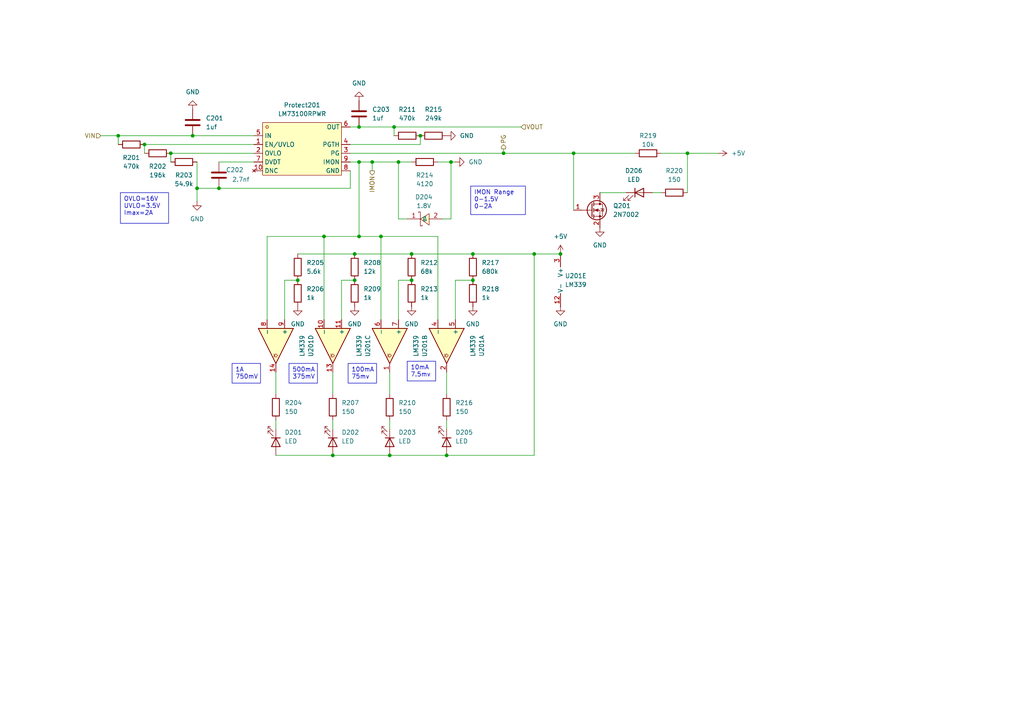
<source format=kicad_sch>
(kicad_sch (version 20231120) (generator "eeschema") (generator_version "8.0")
  (paper "A4")
  (lib_symbols
    (symbol "Comparator:LM339" (pin_names (offset 0.127))
      (property "Reference" "U" (at 0 5.08 0))
      (property "Value" "LM339" (at 0 -5.08 0))
      (symbol "LM339_1_1"
        (polyline (pts (xy -5.08 5.08) (xy 5.08 0) (xy -5.08 -5.08) (xy -5.08 5.08)) (stroke (width 0.254)) (fill (type background)))
        (polyline (pts (xy 3.302 -0.508) (xy 2.794 -0.508) (xy 3.302 0) (xy 2.794 0.508) (xy 2.286 0) (xy 2.794 -0.508) (xy 2.286 -0.508)) (stroke (width 0.127)))
        (pin open_collector line (at 7.62 0 180) (length 2.54) (name "~") (number "2"))
        (pin input line (at -7.62 -2.54 0) (length 2.54) (name "-") (number "4"))
        (pin input line (at -7.62 2.54 0) (length 2.54) (name "+") (number "5"))
      )
      (symbol "LM339_2_1"
        (polyline (pts (xy -5.08 5.08) (xy 5.08 0) (xy -5.08 -5.08) (xy -5.08 5.08)) (stroke (width 0.254)) (fill (type background)))
        (polyline (pts (xy 3.302 -0.508) (xy 2.794 -0.508) (xy 3.302 0) (xy 2.794 0.508) (xy 2.286 0) (xy 2.794 -0.508) (xy 2.286 -0.508)) (stroke (width 0.127)))
        (pin open_collector line (at 7.62 0 180) (length 2.54) (name "~") (number "1"))
        (pin input line (at -7.62 -2.54 0) (length 2.54) (name "-") (number "6"))
        (pin input line (at -7.62 2.54 0) (length 2.54) (name "+") (number "7"))
      )
      (symbol "LM339_3_1"
        (polyline (pts (xy -5.08 5.08) (xy 5.08 0) (xy -5.08 -5.08) (xy -5.08 5.08)) (stroke (width 0.254)) (fill (type background)))
        (polyline (pts (xy 3.302 -0.508) (xy 2.794 -0.508) (xy 3.302 0) (xy 2.794 0.508) (xy 2.286 0) (xy 2.794 -0.508) (xy 2.286 -0.508)) (stroke (width 0.127)))
        (pin input line (at -7.62 -2.54 0) (length 2.54) (name "-") (number "10"))
        (pin input line (at -7.62 2.54 0) (length 2.54) (name "+") (number "11"))
        (pin open_collector line (at 7.62 0 180) (length 2.54) (name "~") (number "13"))
      )
      (symbol "LM339_4_1"
        (polyline (pts (xy -5.08 5.08) (xy 5.08 0) (xy -5.08 -5.08) (xy -5.08 5.08)) (stroke (width 0.254)) (fill (type background)))
        (polyline (pts (xy 3.302 -0.508) (xy 2.794 -0.508) (xy 3.302 0) (xy 2.794 0.508) (xy 2.286 0) (xy 2.794 -0.508) (xy 2.286 -0.508)) (stroke (width 0.127)))
        (pin open_collector line (at 7.62 0 180) (length 2.54) (name "~") (number "14"))
        (pin input line (at -7.62 -2.54 0) (length 2.54) (name "-") (number "8"))
        (pin input line (at -7.62 2.54 0) (length 2.54) (name "+") (number "9"))
      )
      (symbol "LM339_5_1"
        (pin power_in line (at -2.54 -7.62 90) (length 3.81) (name "V-") (number "12"))
        (pin power_in line (at -2.54 7.62 270) (length 3.81) (name "V+") (number "3"))
      )
    )
    (symbol "Device:C" (pin_numbers hide) (pin_names (offset 0.254))
      (property "Reference" "C" (at 0.635 2.54 0))
      (property "Value" "C" (at 0.635 -2.54 0))
      (symbol "C_0_1"
        (polyline (pts (xy -2.032 -0.762) (xy 2.032 -0.762)) (stroke (width 0.508)))
        (polyline (pts (xy -2.032 0.762) (xy 2.032 0.762)) (stroke (width 0.508)))
      )
      (symbol "C_1_1"
        (pin passive line (at 0 3.81 270) (length 2.794) (name "~") (number "1"))
        (pin passive line (at 0 -3.81 90) (length 2.794) (name "~") (number "2"))
      )
    )
    (symbol "Device:LED" (pin_numbers hide) (pin_names (offset 1.016) hide)
      (property "Reference" "D" (at 0 2.54 0))
      (property "Value" "LED" (at 0 -2.54 0))
      (symbol "LED_0_1"
        (polyline (pts (xy -1.27 -1.27) (xy -1.27 1.27)) (stroke (width 0.254)))
        (polyline (pts (xy -1.27 0) (xy 1.27 0)))
        (polyline (pts (xy 1.27 -1.27) (xy 1.27 1.27) (xy -1.27 0) (xy 1.27 -1.27)) (stroke (width 0.254)))
        (polyline (pts (xy -3.048 -0.762) (xy -4.572 -2.286) (xy -3.81 -2.286) (xy -4.572 -2.286) (xy -4.572 -1.524)))
        (polyline (pts (xy -1.778 -0.762) (xy -3.302 -2.286) (xy -2.54 -2.286) (xy -3.302 -2.286) (xy -3.302 -1.524)))
      )
      (symbol "LED_1_1"
        (pin passive line (at -3.81 0 0) (length 2.54) (name "K") (number "1"))
        (pin passive line (at 3.81 0 180) (length 2.54) (name "A") (number "2"))
      )
    )
    (symbol "Device:R" (pin_numbers hide) (pin_names (offset 0))
      (property "Reference" "R" (at 2.032 0 90))
      (property "Value" "R" (at 0 0 90))
      (symbol "R_0_1"
        (rectangle (start -1.016 -2.54) (end 1.016 2.54) (stroke (width 0.254)))
      )
      (symbol "R_1_1"
        (pin passive line (at 0 3.81 270) (length 1.27) (name "~") (number "1"))
        (pin passive line (at 0 -3.81 90) (length 1.27) (name "~") (number "2"))
      )
    )
    (symbol "Transistor_FET:2N7002" (pin_names hide)
      (property "Reference" "Q" (at 5.08 1.905 0))
      (property "Value" "2N7002" (at 5.08 0 0))
      (symbol "2N7002_0_1"
        (polyline (pts (xy 0.254 0) (xy -2.54 0)))
        (polyline (pts (xy 0.254 1.905) (xy 0.254 -1.905)) (stroke (width 0.254)))
        (polyline (pts (xy 0.762 -1.27) (xy 0.762 -2.286)) (stroke (width 0.254)))
        (polyline (pts (xy 0.762 0.508) (xy 0.762 -0.508)) (stroke (width 0.254)))
        (polyline (pts (xy 0.762 2.286) (xy 0.762 1.27)) (stroke (width 0.254)))
        (polyline (pts (xy 2.54 2.54) (xy 2.54 1.778)))
        (polyline (pts (xy 2.54 -2.54) (xy 2.54 0) (xy 0.762 0)))
        (polyline (pts (xy 0.762 -1.778) (xy 3.302 -1.778) (xy 3.302 1.778) (xy 0.762 1.778)))
        (polyline (pts (xy 1.016 0) (xy 2.032 0.381) (xy 2.032 -0.381) (xy 1.016 0)) (fill (type outline)))
        (polyline (pts (xy 2.794 0.508) (xy 2.921 0.381) (xy 3.683 0.381) (xy 3.81 0.254)))
        (polyline (pts (xy 3.302 0.381) (xy 2.921 -0.254) (xy 3.683 -0.254) (xy 3.302 0.381)))
        (circle (center 1.651 0) (radius 2.794) (stroke (width 0.254)))
        (circle (center 2.54 -1.778) (radius 0.254) (fill (type outline)))
        (circle (center 2.54 1.778) (radius 0.254) (fill (type outline)))
      )
      (symbol "2N7002_1_1"
        (pin input line (at -5.08 0 0) (length 2.54) (name "G") (number "1"))
        (pin passive line (at 2.54 -5.08 90) (length 2.54) (name "S") (number "2"))
        (pin passive line (at 2.54 5.08 270) (length 2.54) (name "D") (number "3"))
      )
    )
    (symbol "easyeda2kicad:DDZ9678-7"
      (property "Reference" "D" (at 0 5.08 0))
      (property "Value" "DDZ9678-7" (at 0 -5.08 0))
      (symbol "DDZ9678-7_0_1"
        (polyline (pts (xy 1.27 1.52) (xy -1.27 0) (xy 1.27 -1.78) (xy 1.27 1.52)) (fill (type background)))
        (polyline (pts (xy -1.78 1.78) (xy -1.78 2.03) (xy -1.27 2.03) (xy -1.27 -2.03) (xy -0.76 -2.03) (xy -0.76 -1.78)))
        (pin unspecified line (at -5.08 0 0) (length 3.81) (name "C") (number "1"))
        (pin unspecified line (at 5.08 0 180) (length 3.81) (name "A") (number "2"))
      )
    )
    (symbol "easyeda2kicad:LM73100RPWR"
      (property "Reference" "U" (at 0 10.16 0))
      (property "Value" "LM73100RPWR" (at 0 -10.16 0))
      (symbol "LM73100RPWR_0_1"
        (rectangle (start -11.43 7.62) (end 11.43 -7.62) (fill (type background)))
        (circle (center -10.16 6.35) (radius 0.38))
        (pin input line (at -13.97 1.27 0) (length 2.54) (name "EN/UVLO") (number "1"))
        (pin no_connect line (at -13.97 -6.35 0) (length 2.54) (name "DNC") (number "10"))
        (pin input line (at -13.97 -1.27 0) (length 2.54) (name "OVLO") (number "2"))
        (pin output line (at 13.97 -1.27 180) (length 2.54) (name "PG") (number "3"))
        (pin input line (at 13.97 1.27 180) (length 2.54) (name "PGTH") (number "4"))
        (pin power_in line (at -13.97 3.81 0) (length 2.54) (name "IN") (number "5"))
        (pin power_out line (at 13.97 6.35 180) (length 2.54) (name "OUT") (number "6"))
        (pin passive line (at -13.97 -3.81 0) (length 2.54) (name "DVDT") (number "7"))
        (pin power_in line (at 13.97 -6.35 180) (length 2.54) (name "GND") (number "8"))
        (pin output line (at 13.97 -3.81 180) (length 2.54) (name "IMON") (number "9"))
      )
    )
    (symbol "power:+5V" (power) (pin_numbers hide) (pin_names (offset 0) hide)
      (property "Value" "+5V" (at 0 3.556 0))
      (symbol "+5V_0_1"
        (polyline (pts (xy -0.762 1.27) (xy 0 2.54)))
        (polyline (pts (xy 0 0) (xy 0 2.54)))
        (polyline (pts (xy 0 2.54) (xy 0.762 1.27)))
      )
      (symbol "+5V_1_1"
        (pin power_in line (at 0 0 90) (length 0) (name "~") (number "1"))
      )
    )
    (symbol "power:GND" (power) (pin_numbers hide) (pin_names (offset 0) hide)
      (property "Value" "GND" (at 0 -3.81 0))
      (symbol "GND_0_1"
        (polyline (pts (xy 0 0) (xy 0 -1.27) (xy 1.27 -1.27) (xy 0 -2.54) (xy -1.27 -1.27) (xy 0 -1.27)))
      )
      (symbol "GND_1_1"
        (pin power_in line (at 0 0 270) (length 0) (name "~") (number "1"))
      )
    )
  )
  (junction (at 137.16 81.28))
  (junction (at 115.57 46.99))
  (junction (at 130.81 46.99))
  (junction (at 119.38 73.66))
  (junction (at 86.36 81.28))
  (junction (at 137.16 73.66))
  (junction (at 119.38 81.28))
  (junction (at 110.49 68.58))
  (junction (at 102.87 73.66))
  (junction (at 107.95 46.99))
  (junction (at 166.37 44.45))
  (junction (at 154.94 73.66))
  (junction (at 114.3 36.83))
  (junction (at 57.15 54.61))
  (junction (at 162.56 73.66))
  (junction (at 93.98 68.58))
  (junction (at 102.87 81.28))
  (junction (at 121.92 39.37))
  (junction (at 96.52 132.08))
  (junction (at 49.53 44.45))
  (junction (at 199.39 44.45))
  (junction (at 146.05 44.45))
  (junction (at 55.88 39.37))
  (junction (at 113.03 132.08))
  (junction (at 63.5 54.61))
  (junction (at 104.14 68.58))
  (junction (at 129.54 132.08))
  (junction (at 34.29 39.37))
  (junction (at 41.91 41.91))
  (junction (at 104.14 36.83))
  (junction (at 104.14 46.99))
  (wire (pts (xy 77.47 92.71) (xy 77.47 68.58)))
  (wire (pts (xy 101.6 44.45) (xy 146.05 44.45)))
  (wire (pts (xy 96.52 107.95) (xy 96.52 114.3)))
  (wire (pts (xy 115.57 81.28) (xy 119.38 81.28)))
  (wire (pts (xy 113.03 132.08) (xy 129.54 132.08)))
  (wire (pts (xy 110.49 68.58) (xy 127 68.58)))
  (wire (pts (xy 63.5 46.99) (xy 73.66 46.99)))
  (wire (pts (xy 129.54 107.95) (xy 129.54 114.3)))
  (wire (pts (xy 166.37 44.45) (xy 184.15 44.45)))
  (wire (pts (xy 82.55 92.71) (xy 82.55 81.28)))
  (wire (pts (xy 77.47 68.58) (xy 93.98 68.58)))
  (wire (pts (xy 119.38 73.66) (xy 137.16 73.66)))
  (wire (pts (xy 93.98 68.58) (xy 104.14 68.58)))
  (wire (pts (xy 104.14 36.83) (xy 114.3 36.83)))
  (wire (pts (xy 113.03 121.92) (xy 113.03 124.46)))
  (wire (pts (xy 41.91 41.91) (xy 41.91 44.45)))
  (wire (pts (xy 107.95 49.53) (xy 107.95 46.99)))
  (wire (pts (xy 114.3 36.83) (xy 114.3 39.37)))
  (wire (pts (xy 173.99 55.88) (xy 181.61 55.88)))
  (wire (pts (xy 199.39 44.45) (xy 199.39 55.88)))
  (wire (pts (xy 101.6 46.99) (xy 104.14 46.99)))
  (wire (pts (xy 110.49 68.58) (xy 104.14 68.58)))
  (wire (pts (xy 29.21 39.37) (xy 34.29 39.37)))
  (wire (pts (xy 129.54 121.92) (xy 129.54 124.46)))
  (wire (pts (xy 57.15 46.99) (xy 57.15 54.61)))
  (wire (pts (xy 101.6 41.91) (xy 121.92 41.91)))
  (wire (pts (xy 96.52 132.08) (xy 113.03 132.08)))
  (wire (pts (xy 102.87 73.66) (xy 119.38 73.66)))
  (wire (pts (xy 80.01 107.95) (xy 80.01 114.3)))
  (wire (pts (xy 82.55 81.28) (xy 86.36 81.28)))
  (wire (pts (xy 34.29 39.37) (xy 55.88 39.37)))
  (wire (pts (xy 86.36 73.66) (xy 102.87 73.66)))
  (wire (pts (xy 34.29 39.37) (xy 34.29 41.91)))
  (wire (pts (xy 41.91 41.91) (xy 73.66 41.91)))
  (wire (pts (xy 80.01 132.08) (xy 96.52 132.08)))
  (wire (pts (xy 128.27 63.5) (xy 130.81 63.5)))
  (wire (pts (xy 154.94 73.66) (xy 154.94 132.08)))
  (wire (pts (xy 146.05 43.18) (xy 146.05 44.45)))
  (wire (pts (xy 57.15 54.61) (xy 57.15 58.42)))
  (wire (pts (xy 104.14 46.99) (xy 107.95 46.99)))
  (wire (pts (xy 189.23 55.88) (xy 191.77 55.88)))
  (wire (pts (xy 208.28 44.45) (xy 199.39 44.45)))
  (wire (pts (xy 115.57 46.99) (xy 119.38 46.99)))
  (wire (pts (xy 121.92 41.91) (xy 121.92 39.37)))
  (wire (pts (xy 107.95 46.99) (xy 115.57 46.99)))
  (wire (pts (xy 63.5 54.61) (xy 101.6 54.61)))
  (wire (pts (xy 166.37 44.45) (xy 166.37 60.96)))
  (wire (pts (xy 127 92.71) (xy 127 68.58)))
  (wire (pts (xy 113.03 107.95) (xy 113.03 114.3)))
  (wire (pts (xy 130.81 46.99) (xy 130.81 63.5)))
  (wire (pts (xy 129.54 132.08) (xy 154.94 132.08)))
  (wire (pts (xy 115.57 46.99) (xy 115.57 63.5)))
  (wire (pts (xy 115.57 63.5) (xy 118.11 63.5)))
  (wire (pts (xy 57.15 54.61) (xy 63.5 54.61)))
  (wire (pts (xy 110.49 68.58) (xy 110.49 92.71)))
  (wire (pts (xy 99.06 81.28) (xy 102.87 81.28)))
  (wire (pts (xy 96.52 121.92) (xy 96.52 124.46)))
  (wire (pts (xy 137.16 73.66) (xy 154.94 73.66)))
  (wire (pts (xy 132.08 81.28) (xy 137.16 81.28)))
  (wire (pts (xy 115.57 92.71) (xy 115.57 81.28)))
  (wire (pts (xy 99.06 92.71) (xy 99.06 81.28)))
  (wire (pts (xy 104.14 46.99) (xy 104.14 68.58)))
  (wire (pts (xy 114.3 36.83) (xy 151.13 36.83)))
  (wire (pts (xy 146.05 44.45) (xy 166.37 44.45)))
  (wire (pts (xy 80.01 121.92) (xy 80.01 124.46)))
  (wire (pts (xy 101.6 49.53) (xy 101.6 54.61)))
  (wire (pts (xy 199.39 44.45) (xy 191.77 44.45)))
  (wire (pts (xy 154.94 73.66) (xy 162.56 73.66)))
  (wire (pts (xy 49.53 44.45) (xy 73.66 44.45)))
  (wire (pts (xy 132.08 92.71) (xy 132.08 81.28)))
  (wire (pts (xy 101.6 36.83) (xy 104.14 36.83)))
  (wire (pts (xy 55.88 39.37) (xy 73.66 39.37)))
  (wire (pts (xy 130.81 46.99) (xy 132.08 46.99)))
  (wire (pts (xy 127 46.99) (xy 130.81 46.99)))
  (wire (pts (xy 49.53 44.45) (xy 49.53 46.99)))
  (wire (pts (xy 93.98 68.58) (xy 93.98 92.71)))
  (text_box "500mA\n375mV\n\n" (at 83.82 105.41 0) (size 8.255 5.715) (effects (font (size 1.27 1.27)) (justify left top)))
  (text_box "1A\n750mV\n" (at 67.31 105.41 0) (size 8.255 5.715) (effects (font (size 1.27 1.27)) (justify left top)))
  (text_box "10mA\n7.5mv\n" (at 118.11 104.775 0) (size 8.255 5.715) (effects (font (size 1.27 1.27)) (justify left top)))
  (text_box "IMON Range\n0-1.5V\n0-2A" (at 136.525 53.975 0) (size 15.875 8.255) (effects (font (size 1.27 1.27)) (justify left top)))
  (text_box "OVLO=16V\nUVLO=3.5V\nImax=2A" (at 34.925 55.88 0) (size 13.97 8.89) (effects (font (size 1.27 1.27)) (justify left top)))
  (text_box "100mA\n75mv\n" (at 100.965 105.41 0) (size 8.255 5.715) (effects (font (size 1.27 1.27)) (justify left top)))
  (hierarchical_label "IMON" (shape output) (at 107.95 49.53 270))
  (hierarchical_label "VIN" (shape input) (at 29.21 39.37 180))
  (hierarchical_label "VOUT" (shape input) (at 151.13 36.83 0))
  (hierarchical_label "PG" (shape output) (at 146.05 43.18 90))
  (symbol (lib_id "Device:C") (at 63.5 50.8 0) (unit 1)
    (property "Reference" "C202" (at 65.532 49.276 0) (effects (justify left)))
    (property "Value" "2.7nf" (at 67.31 52.0699 0) (effects (justify left)))
    (property "Footprint" "Capacitor_SMD:C_0603_1608Metric" (effects (hide yes)))
    (property "Description" "Unpolarized capacitor" (effects (hide yes)))
  )
  (symbol (lib_id "Device:R") (at 113.03 118.11 0) (unit 1)
    (property "Reference" "R210" (at 115.57 116.8399 0) (effects (justify left)))
    (property "Value" "150" (at 115.57 119.3799 0) (effects (justify left)))
    (property "Footprint" "Resistor_SMD:R_0603_1608Metric" (effects (hide yes)))
    (property "Description" "Resistor" (effects (hide yes)))
  )
  (symbol (lib_id "Device:C") (at 55.88 35.56 0) (unit 1)
    (property "Reference" "C201" (at 59.69 34.2899 0) (effects (justify left)))
    (property "Value" "1uf" (at 59.69 36.8299 0) (effects (justify left)))
    (property "Footprint" "Capacitor_SMD:C_0603_1608Metric" (effects (hide yes)))
    (property "Description" "Unpolarized capacitor" (effects (hide yes)))
  )
  (symbol (lib_id "Device:LED") (at 96.52 128.27 270) (unit 1)
    (property "Reference" "D202" (at 99.06 125.4124 90) (effects (justify left)))
    (property "Value" "LED" (at 99.06 127.9524 90) (effects (justify left)))
    (property "Footprint" "LED_SMD:LED_0603_1608Metric" (effects (hide yes)))
    (property "Description" "Light emitting diode" (effects (hide yes)))
    (property "LCSC Part" "C2286" (effects (hide yes)))
  )
  (symbol (lib_id "Device:R") (at 195.58 55.88 90) (unit 1)
    (property "Reference" "R220" (at 195.58 49.53 90))
    (property "Value" "150" (at 195.58 52.07 90))
    (property "Footprint" "Resistor_SMD:R_0603_1608Metric" (effects (hide yes)))
    (property "Description" "Resistor" (effects (hide yes)))
  )
  (symbol (lib_id "easyeda2kicad:LM73100RPWR") (at 87.63 43.18 0) (unit 1)
    (property "Reference" "Protect201" (at 87.63 30.48 0))
    (property "Value" "LM73100RPWR" (at 87.63 33.02 0))
    (property "Footprint" "easyeda2kicad:VQFN-10_L2.0-W2.0-P0.45-TL" (effects (hide yes)))
    (property "LCSC Part" "C3210761" (effects (hide yes)))
  )
  (symbol (lib_id "power:GND") (at 119.38 88.9 0) (unit 1)
    (property "Reference" "#PWR0206" (effects (hide yes)))
    (property "Value" "GND" (at 119.38 93.98 0))
    (property "Description" "Power symbol creates a global label with name \"GND\" , ground" (effects (hide yes)))
  )
  (symbol (lib_id "Device:R") (at 38.1 41.91 270) (unit 1)
    (property "Reference" "R201" (at 38.1 45.72 90))
    (property "Value" "470k" (at 38.1 48.26 90))
    (property "Footprint" "Resistor_SMD:R_0603_1608Metric" (effects (hide yes)))
    (property "Description" "Resistor" (effects (hide yes)))
  )
  (symbol (lib_id "Device:R") (at 137.16 85.09 0) (unit 1)
    (property "Reference" "R218" (at 139.7 83.8199 0) (effects (justify left)))
    (property "Value" "1k" (at 139.7 86.3599 0) (effects (justify left)))
    (property "Footprint" "Resistor_SMD:R_0603_1608Metric" (effects (hide yes)))
    (property "Description" "Resistor" (effects (hide yes)))
  )
  (symbol (lib_id "Device:R") (at 102.87 85.09 0) (unit 1)
    (property "Reference" "R209" (at 105.41 83.8199 0) (effects (justify left)))
    (property "Value" "1k" (at 105.41 86.3599 0) (effects (justify left)))
    (property "Footprint" "Resistor_SMD:R_0603_1608Metric" (effects (hide yes)))
    (property "Description" "Resistor" (effects (hide yes)))
  )
  (symbol (lib_id "Transistor_FET:2N7002") (at 171.45 60.96 0) (unit 1)
    (property "Reference" "Q201" (at 177.8 59.6899 0) (effects (justify left)))
    (property "Value" "2N7002" (at 177.8 62.2299 0) (effects (justify left)))
    (property "Footprint" "Package_TO_SOT_SMD:SOT-23" (effects (hide yes)))
    (property "Datasheet" "https://www.onsemi.com/pub/Collateral/NDS7002A-D.PDF" (effects (hide yes)))
    (property "Description" "0.115A Id, 60V Vds, N-Channel MOSFET, SOT-23" (effects (hide yes)))
  )
  (symbol (lib_id "power:+5V") (at 208.28 44.45 270) (unit 1)
    (property "Reference" "#PWR0213" (effects (hide yes)))
    (property "Value" "+5V" (at 212.09 44.4499 90) (effects (justify left)))
    (property "Description" "Power symbol creates a global label with name \"+5V\"" (effects (hide yes)))
  )
  (symbol (lib_id "power:GND") (at 102.87 88.9 0) (unit 1)
    (property "Reference" "#PWR0204" (effects (hide yes)))
    (property "Value" "GND" (at 102.87 93.98 0))
    (property "Description" "Power symbol creates a global label with name \"GND\" , ground" (effects (hide yes)))
  )
  (symbol (lib_id "Device:R") (at 86.36 85.09 0) (unit 1)
    (property "Reference" "R206" (at 88.9 83.8199 0) (effects (justify left)))
    (property "Value" "1k" (at 88.9 86.3599 0) (effects (justify left)))
    (property "Footprint" "Resistor_SMD:R_0603_1608Metric" (effects (hide yes)))
    (property "Description" "Resistor" (effects (hide yes)))
  )
  (symbol (lib_id "Device:R") (at 119.38 85.09 0) (unit 1)
    (property "Reference" "R213" (at 121.92 83.8199 0) (effects (justify left)))
    (property "Value" "1k" (at 121.92 86.3599 0) (effects (justify left)))
    (property "Footprint" "Resistor_SMD:R_0603_1608Metric" (effects (hide yes)))
    (property "Description" "Resistor" (effects (hide yes)))
  )
  (symbol (lib_id "Device:R") (at 102.87 77.47 0) (unit 1)
    (property "Reference" "R208" (at 105.41 76.1999 0) (effects (justify left)))
    (property "Value" "12k" (at 105.41 78.7399 0) (effects (justify left)))
    (property "Footprint" "Resistor_SMD:R_0603_1608Metric" (effects (hide yes)))
    (property "Description" "Resistor" (effects (hide yes)))
  )
  (symbol (lib_id "Device:C") (at 104.14 33.02 0) (unit 1)
    (property "Reference" "C203" (at 107.95 31.7499 0) (effects (justify left)))
    (property "Value" "1uf" (at 107.95 34.2899 0) (effects (justify left)))
    (property "Footprint" "Capacitor_SMD:C_0603_1608Metric" (effects (hide yes)))
    (property "Description" "Unpolarized capacitor" (effects (hide yes)))
  )
  (symbol (lib_id "Device:R") (at 96.52 118.11 0) (unit 1)
    (property "Reference" "R207" (at 99.06 116.8399 0) (effects (justify left)))
    (property "Value" "150" (at 99.06 119.3799 0) (effects (justify left)))
    (property "Footprint" "Resistor_SMD:R_0603_1608Metric" (effects (hide yes)))
    (property "Description" "Resistor" (effects (hide yes)))
  )
  (symbol (lib_id "power:GND") (at 137.16 88.9 0) (unit 1)
    (property "Reference" "#PWR0209" (effects (hide yes)))
    (property "Value" "GND" (at 137.16 93.98 0))
    (property "Description" "Power symbol creates a global label with name \"GND\" , ground" (effects (hide yes)))
  )
  (symbol (lib_id "Device:R") (at 80.01 118.11 0) (unit 1)
    (property "Reference" "R204" (at 82.55 116.8399 0) (effects (justify left)))
    (property "Value" "150" (at 82.55 119.3799 0) (effects (justify left)))
    (property "Footprint" "Resistor_SMD:R_0603_1608Metric" (effects (hide yes)))
    (property "Description" "Resistor" (effects (hide yes)))
  )
  (symbol (lib_id "power:GND") (at 55.88 31.75 180) (unit 1)
    (property "Reference" "#PWR0201" (effects (hide yes)))
    (property "Value" "GND" (at 55.88 26.67 0))
    (property "Description" "Power symbol creates a global label with name \"GND\" , ground" (effects (hide yes)))
  )
  (symbol (lib_id "Device:LED") (at 113.03 128.27 270) (unit 1)
    (property "Reference" "D203" (at 115.57 125.4124 90) (effects (justify left)))
    (property "Value" "LED" (at 115.57 127.9524 90) (effects (justify left)))
    (property "Footprint" "LED_SMD:LED_0603_1608Metric" (effects (hide yes)))
    (property "Description" "Light emitting diode" (effects (hide yes)))
    (property "LCSC Part" "C2286" (effects (hide yes)))
  )
  (symbol (lib_id "Device:R") (at 125.73 39.37 270) (unit 1)
    (property "Reference" "R215" (at 125.73 31.75 90))
    (property "Value" "249k" (at 125.73 34.29 90))
    (property "Footprint" "Resistor_SMD:R_0603_1608Metric" (effects (hide yes)))
    (property "Description" "Resistor" (effects (hide yes)))
  )
  (symbol (lib_id "easyeda2kicad:DDZ9678-7") (at 123.19 63.5 0) (unit 1)
    (property "Reference" "D204" (at 122.935 57.15 0))
    (property "Value" "1.8V" (at 122.935 59.69 0))
    (property "Footprint" "easyeda2kicad:SOD-123_L2.7-W1.6-LS3.7-RD" (effects (hide yes)))
    (property "Datasheet" "https://lcsc.com/product-detail/Zener-Diodes_DIODES_DDZ9678-7_DDZ9678-7_C150464.html" (effects (hide yes)))
    (property "Description" "Single 1.71V~1.89V 500mW 1.8V SOD-123 Zener Diodes ROHS " (effects (hide yes)))
    (property "LCSC Part" "C150464" (effects (hide yes)))
  )
  (symbol (lib_id "Comparator:LM339") (at 129.54 100.33 270) (unit 1)
    (property "Reference" "U201" (at 139.7 100.33 0))
    (property "Value" "LM339" (at 137.16 100.33 0))
    (property "Footprint" "Package_SO:SOIC-14_3.9x8.7mm_P1.27mm" (effects (hide yes)))
    (property "Datasheet" "https://www.st.com/resource/en/datasheet/lm139.pdf" (effects (hide yes)))
    (property "Description" "Quad Differential Comparators, SOIC-14/TSSOP-14" (effects (hide yes)))
    (property "LCSC Part" "C350549" (effects (hide yes)))
  )
  (symbol (lib_id "Device:R") (at 123.19 46.99 270) (unit 1)
    (property "Reference" "R214" (at 123.19 50.8 90))
    (property "Value" "4120" (at 123.19 53.34 90))
    (property "Footprint" "Resistor_SMD:R_0603_1608Metric" (effects (hide yes)))
    (property "Description" "Resistor" (effects (hide yes)))
  )
  (symbol (lib_id "Comparator:LM339") (at 80.01 100.33 270) (unit 4)
    (property "Reference" "U201" (at 90.17 100.33 0))
    (property "Value" "LM339" (at 87.63 100.33 0))
    (property "Footprint" "Package_SO:SOIC-14_3.9x8.7mm_P1.27mm" (effects (hide yes)))
    (property "Datasheet" "https://www.st.com/resource/en/datasheet/lm139.pdf" (effects (hide yes)))
    (property "Description" "Quad Differential Comparators, SOIC-14/TSSOP-14" (effects (hide yes)))
    (property "LCSC Part" "C350549" (effects (hide yes)))
  )
  (symbol (lib_id "Device:R") (at 45.72 44.45 270) (unit 1)
    (property "Reference" "R202" (at 45.72 48.26 90))
    (property "Value" "196k" (at 45.72 50.8 90))
    (property "Footprint" "Resistor_SMD:R_0603_1608Metric" (effects (hide yes)))
    (property "Description" "Resistor" (effects (hide yes)))
  )
  (symbol (lib_id "power:GND") (at 86.36 88.9 0) (unit 1)
    (property "Reference" "#PWR0203" (effects (hide yes)))
    (property "Value" "GND" (at 86.36 93.98 0))
    (property "Description" "Power symbol creates a global label with name \"GND\" , ground" (effects (hide yes)))
  )
  (symbol (lib_id "power:GND") (at 57.15 58.42 0) (unit 1)
    (property "Reference" "#PWR0202" (effects (hide yes)))
    (property "Value" "GND" (at 57.15 63.5 0))
    (property "Description" "Power symbol creates a global label with name \"GND\" , ground" (effects (hide yes)))
  )
  (symbol (lib_id "power:GND") (at 162.56 88.9 0) (unit 1)
    (property "Reference" "#PWR0211" (effects (hide yes)))
    (property "Value" "GND" (at 162.56 93.98 0))
    (property "Description" "Power symbol creates a global label with name \"GND\" , ground" (effects (hide yes)))
  )
  (symbol (lib_id "Device:R") (at 86.36 77.47 0) (unit 1)
    (property "Reference" "R205" (at 88.9 76.1999 0) (effects (justify left)))
    (property "Value" "5.6k" (at 88.9 78.7399 0) (effects (justify left)))
    (property "Footprint" "Resistor_SMD:R_0603_1608Metric" (effects (hide yes)))
    (property "Description" "Resistor" (effects (hide yes)))
  )
  (symbol (lib_id "power:+5V") (at 162.56 73.66 0) (unit 1)
    (property "Reference" "#PWR0210" (effects (hide yes)))
    (property "Value" "+5V" (at 162.56 68.58 0))
    (property "Description" "Power symbol creates a global label with name \"+5V\"" (effects (hide yes)))
  )
  (symbol (lib_id "Device:LED") (at 80.01 128.27 270) (unit 1)
    (property "Reference" "D201" (at 82.55 125.4124 90) (effects (justify left)))
    (property "Value" "LED" (at 82.55 127.9524 90) (effects (justify left)))
    (property "Footprint" "LED_SMD:LED_0603_1608Metric" (effects (hide yes)))
    (property "Description" "Light emitting diode" (effects (hide yes)))
    (property "LCSC Part" "C2286" (effects (hide yes)))
  )
  (symbol (lib_id "Device:R") (at 118.11 39.37 270) (unit 1)
    (property "Reference" "R211" (at 118.11 31.75 90))
    (property "Value" "470k" (at 118.11 34.29 90))
    (property "Footprint" "Resistor_SMD:R_0603_1608Metric" (effects (hide yes)))
    (property "Description" "Resistor" (effects (hide yes)))
  )
  (symbol (lib_id "Device:R") (at 187.96 44.45 270) (unit 1)
    (property "Reference" "R219" (at 187.96 39.37 90))
    (property "Value" "10k" (at 187.96 41.91 90))
    (property "Footprint" "Resistor_SMD:R_0603_1608Metric" (effects (hide yes)))
    (property "Description" "Resistor" (effects (hide yes)))
  )
  (symbol (lib_id "power:GND") (at 129.54 39.37 90) (unit 1)
    (property "Reference" "#PWR0207" (effects (hide yes)))
    (property "Value" "GND" (at 133.35 39.3699 90) (effects (justify right)))
    (property "Description" "Power symbol creates a global label with name \"GND\" , ground" (effects (hide yes)))
  )
  (symbol (lib_id "Device:LED") (at 129.54 128.27 270) (unit 1)
    (property "Reference" "D205" (at 132.08 125.4124 90) (effects (justify left)))
    (property "Value" "LED" (at 132.08 127.9524 90) (effects (justify left)))
    (property "Footprint" "LED_SMD:LED_0603_1608Metric" (effects (hide yes)))
    (property "Description" "Light emitting diode" (effects (hide yes)))
    (property "LCSC Part" "C2286" (effects (hide yes)))
  )
  (symbol (lib_id "Device:R") (at 53.34 46.99 270) (unit 1)
    (property "Reference" "R203" (at 53.34 50.8 90))
    (property "Value" "54.9k" (at 53.34 53.34 90))
    (property "Footprint" "Resistor_SMD:R_0603_1608Metric" (effects (hide yes)))
    (property "Description" "Resistor" (effects (hide yes)))
  )
  (symbol (lib_id "Comparator:LM339") (at 96.52 100.33 270) (unit 3)
    (property "Reference" "U201" (at 106.68 100.33 0))
    (property "Value" "LM339" (at 104.14 100.33 0))
    (property "Footprint" "Package_SO:SOIC-14_3.9x8.7mm_P1.27mm" (effects (hide yes)))
    (property "Datasheet" "https://www.st.com/resource/en/datasheet/lm139.pdf" (effects (hide yes)))
    (property "Description" "Quad Differential Comparators, SOIC-14/TSSOP-14" (effects (hide yes)))
    (property "LCSC Part" "C350549" (effects (hide yes)))
  )
  (symbol (lib_id "power:GND") (at 173.99 66.04 0) (unit 1)
    (property "Reference" "#PWR0212" (effects (hide yes)))
    (property "Value" "GND" (at 173.99 71.12 0))
    (property "Description" "Power symbol creates a global label with name \"GND\" , ground" (effects (hide yes)))
  )
  (symbol (lib_id "Device:LED") (at 185.42 55.88 0) (unit 1)
    (property "Reference" "D206" (at 183.8325 49.53 0))
    (property "Value" "LED" (at 183.8325 52.07 0))
    (property "Footprint" "LED_SMD:LED_0603_1608Metric" (effects (hide yes)))
    (property "Description" "Light emitting diode" (effects (hide yes)))
    (property "LCSC Part" "C2286" (effects (hide yes)))
  )
  (symbol (lib_id "Comparator:LM339") (at 165.1 81.28 0) (unit 5)
    (property "Reference" "U201" (at 163.83 80.0099 0) (effects (justify left)))
    (property "Value" "LM339" (at 163.83 82.5499 0) (effects (justify left)))
    (property "Footprint" "Package_SO:SOIC-14_3.9x8.7mm_P1.27mm" (effects (hide yes)))
    (property "Datasheet" "https://www.st.com/resource/en/datasheet/lm139.pdf" (effects (hide yes)))
    (property "Description" "Quad Differential Comparators, SOIC-14/TSSOP-14" (effects (hide yes)))
    (property "LCSC Part" "C350549" (effects (hide yes)))
  )
  (symbol (lib_id "Device:R") (at 137.16 77.47 0) (unit 1)
    (property "Reference" "R217" (at 139.7 76.1999 0) (effects (justify left)))
    (property "Value" "680k" (at 139.7 78.7399 0) (effects (justify left)))
    (property "Footprint" "Resistor_SMD:R_0603_1608Metric" (effects (hide yes)))
    (property "Description" "Resistor" (effects (hide yes)))
  )
  (symbol (lib_id "power:GND") (at 104.14 29.21 180) (unit 1)
    (property "Reference" "#PWR0205" (effects (hide yes)))
    (property "Value" "GND" (at 104.14 24.13 0))
    (property "Description" "Power symbol creates a global label with name \"GND\" , ground" (effects (hide yes)))
  )
  (symbol (lib_id "Device:R") (at 119.38 77.47 0) (unit 1)
    (property "Reference" "R212" (at 121.92 76.1999 0) (effects (justify left)))
    (property "Value" "68k" (at 121.92 78.7399 0) (effects (justify left)))
    (property "Footprint" "Resistor_SMD:R_0603_1608Metric" (effects (hide yes)))
    (property "Description" "Resistor" (effects (hide yes)))
  )
  (symbol (lib_id "power:GND") (at 132.08 46.99 90) (unit 1)
    (property "Reference" "#PWR0208" (effects (hide yes)))
    (property "Value" "GND" (at 135.89 46.9899 90) (effects (justify right)))
    (property "Description" "Power symbol creates a global label with name \"GND\" , ground" (effects (hide yes)))
  )
  (symbol (lib_id "Device:R") (at 129.54 118.11 0) (unit 1)
    (property "Reference" "R216" (at 132.08 116.8399 0) (effects (justify left)))
    (property "Value" "150" (at 132.08 119.3799 0) (effects (justify left)))
    (property "Footprint" "Resistor_SMD:R_0603_1608Metric" (effects (hide yes)))
    (property "Description" "Resistor" (effects (hide yes)))
  )
  (symbol (lib_id "Comparator:LM339") (at 113.03 100.33 270) (unit 2)
    (property "Reference" "U201" (at 123.19 100.33 0))
    (property "Value" "LM339" (at 120.65 100.33 0))
    (property "Footprint" "Package_SO:SOIC-14_3.9x8.7mm_P1.27mm" (effects (hide yes)))
    (property "Datasheet" "https://www.st.com/resource/en/datasheet/lm139.pdf" (effects (hide yes)))
    (property "Description" "Quad Differential Comparators, SOIC-14/TSSOP-14" (effects (hide yes)))
    (property "LCSC Part" "C350549" (effects (hide yes)))
  )
)
</source>
